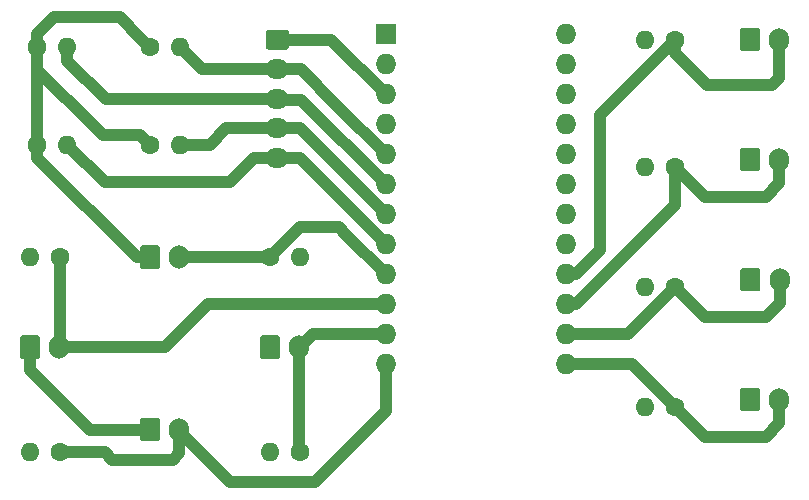
<source format=gbr>
G04 #@! TF.GenerationSoftware,KiCad,Pcbnew,(5.1.2-1)-1*
G04 #@! TF.CreationDate,2019-08-04T20:02:10-04:00*
G04 #@! TF.ProjectId,Pyxel-Paradise,50797865-6c2d-4506-9172-61646973652e,rev?*
G04 #@! TF.SameCoordinates,Original*
G04 #@! TF.FileFunction,Copper,L2,Bot*
G04 #@! TF.FilePolarity,Positive*
%FSLAX46Y46*%
G04 Gerber Fmt 4.6, Leading zero omitted, Abs format (unit mm)*
G04 Created by KiCad (PCBNEW (5.1.2-1)-1) date 2019-08-04 20:02:10*
%MOMM*%
%LPD*%
G04 APERTURE LIST*
%ADD10C,0.100000*%
%ADD11C,1.700000*%
%ADD12O,1.950000X1.700000*%
%ADD13O,1.700000X2.000000*%
%ADD14O,1.600000X1.600000*%
%ADD15C,1.600000*%
%ADD16O,1.727200X1.727200*%
%ADD17R,1.727200X1.727200*%
%ADD18C,1.000000*%
G04 APERTURE END LIST*
D10*
G36*
X77584504Y-105831204D02*
G01*
X77608773Y-105834804D01*
X77632571Y-105840765D01*
X77655671Y-105849030D01*
X77677849Y-105859520D01*
X77698893Y-105872133D01*
X77718598Y-105886747D01*
X77736777Y-105903223D01*
X77753253Y-105921402D01*
X77767867Y-105941107D01*
X77780480Y-105962151D01*
X77790970Y-105984329D01*
X77799235Y-106007429D01*
X77805196Y-106031227D01*
X77808796Y-106055496D01*
X77810000Y-106080000D01*
X77810000Y-107280000D01*
X77808796Y-107304504D01*
X77805196Y-107328773D01*
X77799235Y-107352571D01*
X77790970Y-107375671D01*
X77780480Y-107397849D01*
X77767867Y-107418893D01*
X77753253Y-107438598D01*
X77736777Y-107456777D01*
X77718598Y-107473253D01*
X77698893Y-107487867D01*
X77677849Y-107500480D01*
X77655671Y-107510970D01*
X77632571Y-107519235D01*
X77608773Y-107525196D01*
X77584504Y-107528796D01*
X77560000Y-107530000D01*
X76110000Y-107530000D01*
X76085496Y-107528796D01*
X76061227Y-107525196D01*
X76037429Y-107519235D01*
X76014329Y-107510970D01*
X75992151Y-107500480D01*
X75971107Y-107487867D01*
X75951402Y-107473253D01*
X75933223Y-107456777D01*
X75916747Y-107438598D01*
X75902133Y-107418893D01*
X75889520Y-107397849D01*
X75879030Y-107375671D01*
X75870765Y-107352571D01*
X75864804Y-107328773D01*
X75861204Y-107304504D01*
X75860000Y-107280000D01*
X75860000Y-106080000D01*
X75861204Y-106055496D01*
X75864804Y-106031227D01*
X75870765Y-106007429D01*
X75879030Y-105984329D01*
X75889520Y-105962151D01*
X75902133Y-105941107D01*
X75916747Y-105921402D01*
X75933223Y-105903223D01*
X75951402Y-105886747D01*
X75971107Y-105872133D01*
X75992151Y-105859520D01*
X76014329Y-105849030D01*
X76037429Y-105840765D01*
X76061227Y-105834804D01*
X76085496Y-105831204D01*
X76110000Y-105830000D01*
X77560000Y-105830000D01*
X77584504Y-105831204D01*
X77584504Y-105831204D01*
G37*
D11*
X76835000Y-106680000D03*
D12*
X76835000Y-109180000D03*
X76835000Y-111680000D03*
X76835000Y-114180000D03*
X76835000Y-116680000D03*
D10*
G36*
X66664504Y-124096204D02*
G01*
X66688773Y-124099804D01*
X66712571Y-124105765D01*
X66735671Y-124114030D01*
X66757849Y-124124520D01*
X66778893Y-124137133D01*
X66798598Y-124151747D01*
X66816777Y-124168223D01*
X66833253Y-124186402D01*
X66847867Y-124206107D01*
X66860480Y-124227151D01*
X66870970Y-124249329D01*
X66879235Y-124272429D01*
X66885196Y-124296227D01*
X66888796Y-124320496D01*
X66890000Y-124345000D01*
X66890000Y-125845000D01*
X66888796Y-125869504D01*
X66885196Y-125893773D01*
X66879235Y-125917571D01*
X66870970Y-125940671D01*
X66860480Y-125962849D01*
X66847867Y-125983893D01*
X66833253Y-126003598D01*
X66816777Y-126021777D01*
X66798598Y-126038253D01*
X66778893Y-126052867D01*
X66757849Y-126065480D01*
X66735671Y-126075970D01*
X66712571Y-126084235D01*
X66688773Y-126090196D01*
X66664504Y-126093796D01*
X66640000Y-126095000D01*
X65440000Y-126095000D01*
X65415496Y-126093796D01*
X65391227Y-126090196D01*
X65367429Y-126084235D01*
X65344329Y-126075970D01*
X65322151Y-126065480D01*
X65301107Y-126052867D01*
X65281402Y-126038253D01*
X65263223Y-126021777D01*
X65246747Y-126003598D01*
X65232133Y-125983893D01*
X65219520Y-125962849D01*
X65209030Y-125940671D01*
X65200765Y-125917571D01*
X65194804Y-125893773D01*
X65191204Y-125869504D01*
X65190000Y-125845000D01*
X65190000Y-124345000D01*
X65191204Y-124320496D01*
X65194804Y-124296227D01*
X65200765Y-124272429D01*
X65209030Y-124249329D01*
X65219520Y-124227151D01*
X65232133Y-124206107D01*
X65246747Y-124186402D01*
X65263223Y-124168223D01*
X65281402Y-124151747D01*
X65301107Y-124137133D01*
X65322151Y-124124520D01*
X65344329Y-124114030D01*
X65367429Y-124105765D01*
X65391227Y-124099804D01*
X65415496Y-124096204D01*
X65440000Y-124095000D01*
X66640000Y-124095000D01*
X66664504Y-124096204D01*
X66664504Y-124096204D01*
G37*
D11*
X66040000Y-125095000D03*
D13*
X68540000Y-125095000D03*
X78700000Y-132715000D03*
D10*
G36*
X76824504Y-131716204D02*
G01*
X76848773Y-131719804D01*
X76872571Y-131725765D01*
X76895671Y-131734030D01*
X76917849Y-131744520D01*
X76938893Y-131757133D01*
X76958598Y-131771747D01*
X76976777Y-131788223D01*
X76993253Y-131806402D01*
X77007867Y-131826107D01*
X77020480Y-131847151D01*
X77030970Y-131869329D01*
X77039235Y-131892429D01*
X77045196Y-131916227D01*
X77048796Y-131940496D01*
X77050000Y-131965000D01*
X77050000Y-133465000D01*
X77048796Y-133489504D01*
X77045196Y-133513773D01*
X77039235Y-133537571D01*
X77030970Y-133560671D01*
X77020480Y-133582849D01*
X77007867Y-133603893D01*
X76993253Y-133623598D01*
X76976777Y-133641777D01*
X76958598Y-133658253D01*
X76938893Y-133672867D01*
X76917849Y-133685480D01*
X76895671Y-133695970D01*
X76872571Y-133704235D01*
X76848773Y-133710196D01*
X76824504Y-133713796D01*
X76800000Y-133715000D01*
X75600000Y-133715000D01*
X75575496Y-133713796D01*
X75551227Y-133710196D01*
X75527429Y-133704235D01*
X75504329Y-133695970D01*
X75482151Y-133685480D01*
X75461107Y-133672867D01*
X75441402Y-133658253D01*
X75423223Y-133641777D01*
X75406747Y-133623598D01*
X75392133Y-133603893D01*
X75379520Y-133582849D01*
X75369030Y-133560671D01*
X75360765Y-133537571D01*
X75354804Y-133513773D01*
X75351204Y-133489504D01*
X75350000Y-133465000D01*
X75350000Y-131965000D01*
X75351204Y-131940496D01*
X75354804Y-131916227D01*
X75360765Y-131892429D01*
X75369030Y-131869329D01*
X75379520Y-131847151D01*
X75392133Y-131826107D01*
X75406747Y-131806402D01*
X75423223Y-131788223D01*
X75441402Y-131771747D01*
X75461107Y-131757133D01*
X75482151Y-131744520D01*
X75504329Y-131734030D01*
X75527429Y-131725765D01*
X75551227Y-131719804D01*
X75575496Y-131716204D01*
X75600000Y-131715000D01*
X76800000Y-131715000D01*
X76824504Y-131716204D01*
X76824504Y-131716204D01*
G37*
D11*
X76200000Y-132715000D03*
D10*
G36*
X66664504Y-138701204D02*
G01*
X66688773Y-138704804D01*
X66712571Y-138710765D01*
X66735671Y-138719030D01*
X66757849Y-138729520D01*
X66778893Y-138742133D01*
X66798598Y-138756747D01*
X66816777Y-138773223D01*
X66833253Y-138791402D01*
X66847867Y-138811107D01*
X66860480Y-138832151D01*
X66870970Y-138854329D01*
X66879235Y-138877429D01*
X66885196Y-138901227D01*
X66888796Y-138925496D01*
X66890000Y-138950000D01*
X66890000Y-140450000D01*
X66888796Y-140474504D01*
X66885196Y-140498773D01*
X66879235Y-140522571D01*
X66870970Y-140545671D01*
X66860480Y-140567849D01*
X66847867Y-140588893D01*
X66833253Y-140608598D01*
X66816777Y-140626777D01*
X66798598Y-140643253D01*
X66778893Y-140657867D01*
X66757849Y-140670480D01*
X66735671Y-140680970D01*
X66712571Y-140689235D01*
X66688773Y-140695196D01*
X66664504Y-140698796D01*
X66640000Y-140700000D01*
X65440000Y-140700000D01*
X65415496Y-140698796D01*
X65391227Y-140695196D01*
X65367429Y-140689235D01*
X65344329Y-140680970D01*
X65322151Y-140670480D01*
X65301107Y-140657867D01*
X65281402Y-140643253D01*
X65263223Y-140626777D01*
X65246747Y-140608598D01*
X65232133Y-140588893D01*
X65219520Y-140567849D01*
X65209030Y-140545671D01*
X65200765Y-140522571D01*
X65194804Y-140498773D01*
X65191204Y-140474504D01*
X65190000Y-140450000D01*
X65190000Y-138950000D01*
X65191204Y-138925496D01*
X65194804Y-138901227D01*
X65200765Y-138877429D01*
X65209030Y-138854329D01*
X65219520Y-138832151D01*
X65232133Y-138811107D01*
X65246747Y-138791402D01*
X65263223Y-138773223D01*
X65281402Y-138756747D01*
X65301107Y-138742133D01*
X65322151Y-138729520D01*
X65344329Y-138719030D01*
X65367429Y-138710765D01*
X65391227Y-138704804D01*
X65415496Y-138701204D01*
X65440000Y-138700000D01*
X66640000Y-138700000D01*
X66664504Y-138701204D01*
X66664504Y-138701204D01*
G37*
D11*
X66040000Y-139700000D03*
D13*
X68540000Y-139700000D03*
X58380000Y-132715000D03*
D10*
G36*
X56504504Y-131716204D02*
G01*
X56528773Y-131719804D01*
X56552571Y-131725765D01*
X56575671Y-131734030D01*
X56597849Y-131744520D01*
X56618893Y-131757133D01*
X56638598Y-131771747D01*
X56656777Y-131788223D01*
X56673253Y-131806402D01*
X56687867Y-131826107D01*
X56700480Y-131847151D01*
X56710970Y-131869329D01*
X56719235Y-131892429D01*
X56725196Y-131916227D01*
X56728796Y-131940496D01*
X56730000Y-131965000D01*
X56730000Y-133465000D01*
X56728796Y-133489504D01*
X56725196Y-133513773D01*
X56719235Y-133537571D01*
X56710970Y-133560671D01*
X56700480Y-133582849D01*
X56687867Y-133603893D01*
X56673253Y-133623598D01*
X56656777Y-133641777D01*
X56638598Y-133658253D01*
X56618893Y-133672867D01*
X56597849Y-133685480D01*
X56575671Y-133695970D01*
X56552571Y-133704235D01*
X56528773Y-133710196D01*
X56504504Y-133713796D01*
X56480000Y-133715000D01*
X55280000Y-133715000D01*
X55255496Y-133713796D01*
X55231227Y-133710196D01*
X55207429Y-133704235D01*
X55184329Y-133695970D01*
X55162151Y-133685480D01*
X55141107Y-133672867D01*
X55121402Y-133658253D01*
X55103223Y-133641777D01*
X55086747Y-133623598D01*
X55072133Y-133603893D01*
X55059520Y-133582849D01*
X55049030Y-133560671D01*
X55040765Y-133537571D01*
X55034804Y-133513773D01*
X55031204Y-133489504D01*
X55030000Y-133465000D01*
X55030000Y-131965000D01*
X55031204Y-131940496D01*
X55034804Y-131916227D01*
X55040765Y-131892429D01*
X55049030Y-131869329D01*
X55059520Y-131847151D01*
X55072133Y-131826107D01*
X55086747Y-131806402D01*
X55103223Y-131788223D01*
X55121402Y-131771747D01*
X55141107Y-131757133D01*
X55162151Y-131744520D01*
X55184329Y-131734030D01*
X55207429Y-131725765D01*
X55231227Y-131719804D01*
X55255496Y-131716204D01*
X55280000Y-131715000D01*
X56480000Y-131715000D01*
X56504504Y-131716204D01*
X56504504Y-131716204D01*
G37*
D11*
X55880000Y-132715000D03*
D10*
G36*
X117464504Y-105681204D02*
G01*
X117488773Y-105684804D01*
X117512571Y-105690765D01*
X117535671Y-105699030D01*
X117557849Y-105709520D01*
X117578893Y-105722133D01*
X117598598Y-105736747D01*
X117616777Y-105753223D01*
X117633253Y-105771402D01*
X117647867Y-105791107D01*
X117660480Y-105812151D01*
X117670970Y-105834329D01*
X117679235Y-105857429D01*
X117685196Y-105881227D01*
X117688796Y-105905496D01*
X117690000Y-105930000D01*
X117690000Y-107430000D01*
X117688796Y-107454504D01*
X117685196Y-107478773D01*
X117679235Y-107502571D01*
X117670970Y-107525671D01*
X117660480Y-107547849D01*
X117647867Y-107568893D01*
X117633253Y-107588598D01*
X117616777Y-107606777D01*
X117598598Y-107623253D01*
X117578893Y-107637867D01*
X117557849Y-107650480D01*
X117535671Y-107660970D01*
X117512571Y-107669235D01*
X117488773Y-107675196D01*
X117464504Y-107678796D01*
X117440000Y-107680000D01*
X116240000Y-107680000D01*
X116215496Y-107678796D01*
X116191227Y-107675196D01*
X116167429Y-107669235D01*
X116144329Y-107660970D01*
X116122151Y-107650480D01*
X116101107Y-107637867D01*
X116081402Y-107623253D01*
X116063223Y-107606777D01*
X116046747Y-107588598D01*
X116032133Y-107568893D01*
X116019520Y-107547849D01*
X116009030Y-107525671D01*
X116000765Y-107502571D01*
X115994804Y-107478773D01*
X115991204Y-107454504D01*
X115990000Y-107430000D01*
X115990000Y-105930000D01*
X115991204Y-105905496D01*
X115994804Y-105881227D01*
X116000765Y-105857429D01*
X116009030Y-105834329D01*
X116019520Y-105812151D01*
X116032133Y-105791107D01*
X116046747Y-105771402D01*
X116063223Y-105753223D01*
X116081402Y-105736747D01*
X116101107Y-105722133D01*
X116122151Y-105709520D01*
X116144329Y-105699030D01*
X116167429Y-105690765D01*
X116191227Y-105684804D01*
X116215496Y-105681204D01*
X116240000Y-105680000D01*
X117440000Y-105680000D01*
X117464504Y-105681204D01*
X117464504Y-105681204D01*
G37*
D11*
X116840000Y-106680000D03*
D13*
X119340000Y-106680000D03*
X119340000Y-116840000D03*
D10*
G36*
X117464504Y-115841204D02*
G01*
X117488773Y-115844804D01*
X117512571Y-115850765D01*
X117535671Y-115859030D01*
X117557849Y-115869520D01*
X117578893Y-115882133D01*
X117598598Y-115896747D01*
X117616777Y-115913223D01*
X117633253Y-115931402D01*
X117647867Y-115951107D01*
X117660480Y-115972151D01*
X117670970Y-115994329D01*
X117679235Y-116017429D01*
X117685196Y-116041227D01*
X117688796Y-116065496D01*
X117690000Y-116090000D01*
X117690000Y-117590000D01*
X117688796Y-117614504D01*
X117685196Y-117638773D01*
X117679235Y-117662571D01*
X117670970Y-117685671D01*
X117660480Y-117707849D01*
X117647867Y-117728893D01*
X117633253Y-117748598D01*
X117616777Y-117766777D01*
X117598598Y-117783253D01*
X117578893Y-117797867D01*
X117557849Y-117810480D01*
X117535671Y-117820970D01*
X117512571Y-117829235D01*
X117488773Y-117835196D01*
X117464504Y-117838796D01*
X117440000Y-117840000D01*
X116240000Y-117840000D01*
X116215496Y-117838796D01*
X116191227Y-117835196D01*
X116167429Y-117829235D01*
X116144329Y-117820970D01*
X116122151Y-117810480D01*
X116101107Y-117797867D01*
X116081402Y-117783253D01*
X116063223Y-117766777D01*
X116046747Y-117748598D01*
X116032133Y-117728893D01*
X116019520Y-117707849D01*
X116009030Y-117685671D01*
X116000765Y-117662571D01*
X115994804Y-117638773D01*
X115991204Y-117614504D01*
X115990000Y-117590000D01*
X115990000Y-116090000D01*
X115991204Y-116065496D01*
X115994804Y-116041227D01*
X116000765Y-116017429D01*
X116009030Y-115994329D01*
X116019520Y-115972151D01*
X116032133Y-115951107D01*
X116046747Y-115931402D01*
X116063223Y-115913223D01*
X116081402Y-115896747D01*
X116101107Y-115882133D01*
X116122151Y-115869520D01*
X116144329Y-115859030D01*
X116167429Y-115850765D01*
X116191227Y-115844804D01*
X116215496Y-115841204D01*
X116240000Y-115840000D01*
X117440000Y-115840000D01*
X117464504Y-115841204D01*
X117464504Y-115841204D01*
G37*
D11*
X116840000Y-116840000D03*
D10*
G36*
X117504504Y-126001204D02*
G01*
X117528773Y-126004804D01*
X117552571Y-126010765D01*
X117575671Y-126019030D01*
X117597849Y-126029520D01*
X117618893Y-126042133D01*
X117638598Y-126056747D01*
X117656777Y-126073223D01*
X117673253Y-126091402D01*
X117687867Y-126111107D01*
X117700480Y-126132151D01*
X117710970Y-126154329D01*
X117719235Y-126177429D01*
X117725196Y-126201227D01*
X117728796Y-126225496D01*
X117730000Y-126250000D01*
X117730000Y-127750000D01*
X117728796Y-127774504D01*
X117725196Y-127798773D01*
X117719235Y-127822571D01*
X117710970Y-127845671D01*
X117700480Y-127867849D01*
X117687867Y-127888893D01*
X117673253Y-127908598D01*
X117656777Y-127926777D01*
X117638598Y-127943253D01*
X117618893Y-127957867D01*
X117597849Y-127970480D01*
X117575671Y-127980970D01*
X117552571Y-127989235D01*
X117528773Y-127995196D01*
X117504504Y-127998796D01*
X117480000Y-128000000D01*
X116280000Y-128000000D01*
X116255496Y-127998796D01*
X116231227Y-127995196D01*
X116207429Y-127989235D01*
X116184329Y-127980970D01*
X116162151Y-127970480D01*
X116141107Y-127957867D01*
X116121402Y-127943253D01*
X116103223Y-127926777D01*
X116086747Y-127908598D01*
X116072133Y-127888893D01*
X116059520Y-127867849D01*
X116049030Y-127845671D01*
X116040765Y-127822571D01*
X116034804Y-127798773D01*
X116031204Y-127774504D01*
X116030000Y-127750000D01*
X116030000Y-126250000D01*
X116031204Y-126225496D01*
X116034804Y-126201227D01*
X116040765Y-126177429D01*
X116049030Y-126154329D01*
X116059520Y-126132151D01*
X116072133Y-126111107D01*
X116086747Y-126091402D01*
X116103223Y-126073223D01*
X116121402Y-126056747D01*
X116141107Y-126042133D01*
X116162151Y-126029520D01*
X116184329Y-126019030D01*
X116207429Y-126010765D01*
X116231227Y-126004804D01*
X116255496Y-126001204D01*
X116280000Y-126000000D01*
X117480000Y-126000000D01*
X117504504Y-126001204D01*
X117504504Y-126001204D01*
G37*
D11*
X116880000Y-127000000D03*
D13*
X119380000Y-127000000D03*
X119340000Y-137160000D03*
D10*
G36*
X117464504Y-136161204D02*
G01*
X117488773Y-136164804D01*
X117512571Y-136170765D01*
X117535671Y-136179030D01*
X117557849Y-136189520D01*
X117578893Y-136202133D01*
X117598598Y-136216747D01*
X117616777Y-136233223D01*
X117633253Y-136251402D01*
X117647867Y-136271107D01*
X117660480Y-136292151D01*
X117670970Y-136314329D01*
X117679235Y-136337429D01*
X117685196Y-136361227D01*
X117688796Y-136385496D01*
X117690000Y-136410000D01*
X117690000Y-137910000D01*
X117688796Y-137934504D01*
X117685196Y-137958773D01*
X117679235Y-137982571D01*
X117670970Y-138005671D01*
X117660480Y-138027849D01*
X117647867Y-138048893D01*
X117633253Y-138068598D01*
X117616777Y-138086777D01*
X117598598Y-138103253D01*
X117578893Y-138117867D01*
X117557849Y-138130480D01*
X117535671Y-138140970D01*
X117512571Y-138149235D01*
X117488773Y-138155196D01*
X117464504Y-138158796D01*
X117440000Y-138160000D01*
X116240000Y-138160000D01*
X116215496Y-138158796D01*
X116191227Y-138155196D01*
X116167429Y-138149235D01*
X116144329Y-138140970D01*
X116122151Y-138130480D01*
X116101107Y-138117867D01*
X116081402Y-138103253D01*
X116063223Y-138086777D01*
X116046747Y-138068598D01*
X116032133Y-138048893D01*
X116019520Y-138027849D01*
X116009030Y-138005671D01*
X116000765Y-137982571D01*
X115994804Y-137958773D01*
X115991204Y-137934504D01*
X115990000Y-137910000D01*
X115990000Y-136410000D01*
X115991204Y-136385496D01*
X115994804Y-136361227D01*
X116000765Y-136337429D01*
X116009030Y-136314329D01*
X116019520Y-136292151D01*
X116032133Y-136271107D01*
X116046747Y-136251402D01*
X116063223Y-136233223D01*
X116081402Y-136216747D01*
X116101107Y-136202133D01*
X116122151Y-136189520D01*
X116144329Y-136179030D01*
X116167429Y-136170765D01*
X116191227Y-136164804D01*
X116215496Y-136161204D01*
X116240000Y-136160000D01*
X117440000Y-136160000D01*
X117464504Y-136161204D01*
X117464504Y-136161204D01*
G37*
D11*
X116840000Y-137160000D03*
D14*
X55880000Y-125095000D03*
D15*
X58420000Y-125095000D03*
X58420000Y-141605000D03*
D14*
X55880000Y-141605000D03*
D15*
X110490000Y-106680000D03*
D14*
X107950000Y-106680000D03*
X107950000Y-117475000D03*
D15*
X110490000Y-117475000D03*
X110490000Y-127635000D03*
D14*
X107950000Y-127635000D03*
X107950000Y-137795000D03*
D15*
X110490000Y-137795000D03*
X76200000Y-125095000D03*
D14*
X78740000Y-125095000D03*
X76200000Y-141605000D03*
D15*
X78740000Y-141605000D03*
X56515000Y-115570000D03*
D14*
X59055000Y-115570000D03*
X68580000Y-115570000D03*
D15*
X66040000Y-115570000D03*
X56515000Y-107315000D03*
D14*
X59055000Y-107315000D03*
X68580000Y-107315000D03*
D15*
X66040000Y-107315000D03*
D16*
X101236000Y-123969000D03*
X85996000Y-116349000D03*
X101236000Y-108729000D03*
X101236000Y-126509000D03*
X101236000Y-129049000D03*
X101236000Y-131589000D03*
X101236000Y-121429000D03*
X85996000Y-131589000D03*
X85996000Y-129049000D03*
X85996000Y-126509000D03*
X85996000Y-123969000D03*
X85996000Y-121429000D03*
X85996000Y-111269000D03*
X85996000Y-113809000D03*
X85996000Y-108729000D03*
X101236000Y-116349000D03*
X101236000Y-118889000D03*
X101236000Y-113809000D03*
X85996000Y-118889000D03*
X101236000Y-111269000D03*
X101236000Y-106189000D03*
D17*
X85996000Y-106189000D03*
D16*
X85996000Y-134112000D03*
X101236000Y-134129000D03*
D18*
X101236000Y-126509000D02*
X102091000Y-126509000D01*
X102091000Y-126509000D02*
X104140000Y-124460000D01*
X104140000Y-113030000D02*
X110490000Y-106680000D01*
X104140000Y-124460000D02*
X104140000Y-113030000D01*
X110490000Y-107811370D02*
X113168630Y-110490000D01*
X110490000Y-106680000D02*
X110490000Y-107811370D01*
X113168630Y-110490000D02*
X118745000Y-110490000D01*
X119340000Y-109895000D02*
X119340000Y-106680000D01*
X118745000Y-110490000D02*
X119340000Y-109895000D01*
X58420000Y-141605000D02*
X62230000Y-141605000D01*
X62230000Y-141605000D02*
X62865000Y-142240000D01*
X68000000Y-142240000D02*
X68540000Y-141700000D01*
X68540000Y-141700000D02*
X68540000Y-139700000D01*
X62865000Y-142240000D02*
X68000000Y-142240000D01*
X68540000Y-139850000D02*
X72835000Y-144145000D01*
X68540000Y-139700000D02*
X68540000Y-139850000D01*
X72835000Y-144145000D02*
X80010000Y-144145000D01*
X85996000Y-138159000D02*
X85996000Y-134112000D01*
X80010000Y-144145000D02*
X85996000Y-138159000D01*
X78700000Y-141565000D02*
X78740000Y-141605000D01*
X78700000Y-132715000D02*
X78700000Y-141565000D01*
X78700000Y-132715000D02*
X78740000Y-132715000D01*
X79866000Y-131589000D02*
X85996000Y-131589000D01*
X78740000Y-132715000D02*
X79866000Y-131589000D01*
X58420000Y-132675000D02*
X58380000Y-132715000D01*
X58420000Y-125095000D02*
X58420000Y-132675000D01*
X58380000Y-132715000D02*
X67310000Y-132715000D01*
X70976000Y-129049000D02*
X85996000Y-129049000D01*
X67310000Y-132715000D02*
X70976000Y-129049000D01*
X76200000Y-125095000D02*
X68540000Y-125095000D01*
X82677000Y-123190000D02*
X85996000Y-126509000D01*
X76200000Y-125095000D02*
X78740000Y-122555000D01*
X82042000Y-122555000D02*
X82677000Y-123190000D01*
X78740000Y-122555000D02*
X82042000Y-122555000D01*
X106824000Y-134129000D02*
X110490000Y-137795000D01*
X101236000Y-134129000D02*
X106824000Y-134129000D01*
X118165000Y-140335000D02*
X119340000Y-139160000D01*
X119340000Y-139160000D02*
X119340000Y-137160000D01*
X113030000Y-140335000D02*
X118165000Y-140335000D01*
X110490000Y-137795000D02*
X113030000Y-140335000D01*
X101236000Y-129049000D02*
X102091000Y-129049000D01*
X110490000Y-120650000D02*
X110490000Y-117475000D01*
X102091000Y-129049000D02*
X110490000Y-120650000D01*
X119340000Y-118840000D02*
X119340000Y-116840000D01*
X113030000Y-120015000D02*
X118165000Y-120015000D01*
X118165000Y-120015000D02*
X119340000Y-118840000D01*
X110490000Y-117475000D02*
X113030000Y-120015000D01*
X106536000Y-131589000D02*
X110490000Y-127635000D01*
X101236000Y-131589000D02*
X106536000Y-131589000D01*
X118205000Y-130175000D02*
X119380000Y-129000000D01*
X119380000Y-129000000D02*
X119380000Y-127000000D01*
X113030000Y-130175000D02*
X118205000Y-130175000D01*
X110490000Y-127635000D02*
X113030000Y-130175000D01*
X81407000Y-106680000D02*
X85996000Y-111269000D01*
X76835000Y-106680000D02*
X81407000Y-106680000D01*
X70445000Y-109180000D02*
X76835000Y-109180000D01*
X68580000Y-107315000D02*
X70445000Y-109180000D01*
X78827000Y-109180000D02*
X81915000Y-112268000D01*
X76835000Y-109180000D02*
X78827000Y-109180000D01*
X81915000Y-112268000D02*
X85996000Y-116349000D01*
X74860000Y-111680000D02*
X76835000Y-111680000D01*
X62288630Y-111680000D02*
X74860000Y-111680000D01*
X59055000Y-108446370D02*
X62288630Y-111680000D01*
X59055000Y-107315000D02*
X59055000Y-108446370D01*
X76960000Y-111680000D02*
X77040000Y-111760000D01*
X76835000Y-111680000D02*
X76960000Y-111680000D01*
X78867000Y-111760000D02*
X85996000Y-118889000D01*
X77040000Y-111760000D02*
X78867000Y-111760000D01*
X68580000Y-115570000D02*
X71120000Y-115570000D01*
X72510000Y-114180000D02*
X76835000Y-114180000D01*
X71120000Y-115570000D02*
X72510000Y-114180000D01*
X78747000Y-114180000D02*
X85996000Y-121429000D01*
X76835000Y-114180000D02*
X78747000Y-114180000D01*
X59055000Y-115570000D02*
X62230000Y-118745000D01*
X74860000Y-116680000D02*
X76835000Y-116680000D01*
X72795000Y-118745000D02*
X74860000Y-116680000D01*
X62230000Y-118745000D02*
X72795000Y-118745000D01*
X78707000Y-116680000D02*
X85996000Y-123969000D01*
X76835000Y-116680000D02*
X78707000Y-116680000D01*
X56515000Y-107315000D02*
X56515000Y-106183630D01*
X65240001Y-106515001D02*
X66040000Y-107315000D01*
X63500000Y-104775000D02*
X65240001Y-106515001D01*
X57923630Y-104775000D02*
X63500000Y-104775000D01*
X56515000Y-106183630D02*
X57923630Y-104775000D01*
X65240001Y-114770001D02*
X62065001Y-114770001D01*
X66040000Y-115570000D02*
X65240001Y-114770001D01*
X62065001Y-114770001D02*
X61364999Y-114069999D01*
X56515000Y-109220000D02*
X56515000Y-107315000D01*
X61364999Y-114069999D02*
X56515000Y-109220000D01*
X56515000Y-115570000D02*
X56515000Y-109220000D01*
X65090000Y-125095000D02*
X66040000Y-125095000D01*
X64908630Y-125095000D02*
X65090000Y-125095000D01*
X56515000Y-116701370D02*
X64908630Y-125095000D01*
X56515000Y-115570000D02*
X56515000Y-116701370D01*
X55880000Y-132715000D02*
X55880000Y-134620000D01*
X60960000Y-139700000D02*
X66040000Y-139700000D01*
X55880000Y-134620000D02*
X60960000Y-139700000D01*
M02*

</source>
